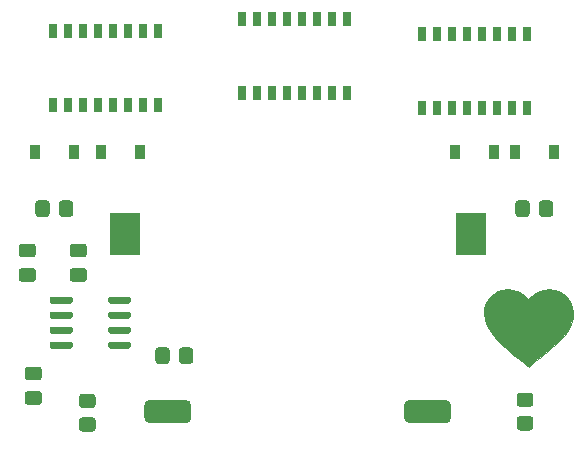
<source format=gbr>
%TF.GenerationSoftware,KiCad,Pcbnew,5.1.10*%
%TF.CreationDate,2021-05-22T08:45:22+02:00*%
%TF.ProjectId,Heart_NE555,48656172-745f-44e4-9535-35352e6b6963,rev?*%
%TF.SameCoordinates,Original*%
%TF.FileFunction,Soldermask,Bot*%
%TF.FilePolarity,Negative*%
%FSLAX46Y46*%
G04 Gerber Fmt 4.6, Leading zero omitted, Abs format (unit mm)*
G04 Created by KiCad (PCBNEW 5.1.10) date 2021-05-22 08:45:22*
%MOMM*%
%LPD*%
G01*
G04 APERTURE LIST*
%ADD10C,0.010000*%
%ADD11R,0.900000X1.200000*%
%ADD12R,0.800000X1.300000*%
%ADD13R,2.600000X3.600000*%
G04 APERTURE END LIST*
D10*
%TO.C,Ref\u002A\u002A*%
G36*
X143180364Y-90666387D02*
G01*
X143539857Y-90764986D01*
X143878729Y-90936285D01*
X144210040Y-91185607D01*
X144269962Y-91239255D01*
X144541915Y-91488450D01*
X144825116Y-91232851D01*
X145160232Y-90970342D01*
X145500931Y-90786964D01*
X145860106Y-90677499D01*
X146250651Y-90636727D01*
X146299167Y-90636204D01*
X146703089Y-90669542D01*
X147065717Y-90773952D01*
X147397399Y-90953718D01*
X147708483Y-91213127D01*
X147720046Y-91224621D01*
X147978001Y-91527892D01*
X148158501Y-91849408D01*
X148266792Y-92202019D01*
X148308123Y-92598574D01*
X148308872Y-92666667D01*
X148290778Y-92996625D01*
X148233378Y-93308296D01*
X148131598Y-93610855D01*
X147980361Y-93913478D01*
X147774592Y-94225342D01*
X147509216Y-94555623D01*
X147179158Y-94913498D01*
X146926179Y-95166578D01*
X146762777Y-95322136D01*
X146564761Y-95504451D01*
X146340686Y-95706216D01*
X146099109Y-95920125D01*
X145848585Y-96138870D01*
X145597668Y-96355145D01*
X145354915Y-96561643D01*
X145128879Y-96751057D01*
X144928118Y-96916080D01*
X144761185Y-97049404D01*
X144636638Y-97143724D01*
X144563029Y-97191733D01*
X144549625Y-97196334D01*
X144506228Y-97170219D01*
X144406936Y-97096546D01*
X144260592Y-96982323D01*
X144076042Y-96834556D01*
X143862128Y-96660253D01*
X143627695Y-96466421D01*
X143614003Y-96455018D01*
X143086925Y-96008975D01*
X142626761Y-95603957D01*
X142229315Y-95235030D01*
X141890391Y-94897264D01*
X141605795Y-94585726D01*
X141371330Y-94295485D01*
X141182800Y-94021608D01*
X141036011Y-93759165D01*
X140926767Y-93503224D01*
X140850871Y-93248853D01*
X140838130Y-93192127D01*
X140780209Y-92744094D01*
X140802012Y-92323904D01*
X140903410Y-91932083D01*
X141084269Y-91569156D01*
X141320493Y-91261491D01*
X141611696Y-91004258D01*
X141951891Y-90810830D01*
X142329007Y-90686363D01*
X142730977Y-90636009D01*
X142787189Y-90635169D01*
X143180364Y-90666387D01*
G37*
X143180364Y-90666387D02*
X143539857Y-90764986D01*
X143878729Y-90936285D01*
X144210040Y-91185607D01*
X144269962Y-91239255D01*
X144541915Y-91488450D01*
X144825116Y-91232851D01*
X145160232Y-90970342D01*
X145500931Y-90786964D01*
X145860106Y-90677499D01*
X146250651Y-90636727D01*
X146299167Y-90636204D01*
X146703089Y-90669542D01*
X147065717Y-90773952D01*
X147397399Y-90953718D01*
X147708483Y-91213127D01*
X147720046Y-91224621D01*
X147978001Y-91527892D01*
X148158501Y-91849408D01*
X148266792Y-92202019D01*
X148308123Y-92598574D01*
X148308872Y-92666667D01*
X148290778Y-92996625D01*
X148233378Y-93308296D01*
X148131598Y-93610855D01*
X147980361Y-93913478D01*
X147774592Y-94225342D01*
X147509216Y-94555623D01*
X147179158Y-94913498D01*
X146926179Y-95166578D01*
X146762777Y-95322136D01*
X146564761Y-95504451D01*
X146340686Y-95706216D01*
X146099109Y-95920125D01*
X145848585Y-96138870D01*
X145597668Y-96355145D01*
X145354915Y-96561643D01*
X145128879Y-96751057D01*
X144928118Y-96916080D01*
X144761185Y-97049404D01*
X144636638Y-97143724D01*
X144563029Y-97191733D01*
X144549625Y-97196334D01*
X144506228Y-97170219D01*
X144406936Y-97096546D01*
X144260592Y-96982323D01*
X144076042Y-96834556D01*
X143862128Y-96660253D01*
X143627695Y-96466421D01*
X143614003Y-96455018D01*
X143086925Y-96008975D01*
X142626761Y-95603957D01*
X142229315Y-95235030D01*
X141890391Y-94897264D01*
X141605795Y-94585726D01*
X141371330Y-94295485D01*
X141182800Y-94021608D01*
X141036011Y-93759165D01*
X140926767Y-93503224D01*
X140850871Y-93248853D01*
X140838130Y-93192127D01*
X140780209Y-92744094D01*
X140802012Y-92323904D01*
X140903410Y-91932083D01*
X141084269Y-91569156D01*
X141320493Y-91261491D01*
X141611696Y-91004258D01*
X141951891Y-90810830D01*
X142329007Y-90686363D01*
X142730977Y-90636009D01*
X142787189Y-90635169D01*
X143180364Y-90666387D01*
%TD*%
%TO.C,SW1*%
G36*
G01*
X112000000Y-101500000D02*
X112000000Y-100500000D01*
G75*
G02*
X112500000Y-100000000I500000J0D01*
G01*
X115500000Y-100000000D01*
G75*
G02*
X116000000Y-100500000I0J-500000D01*
G01*
X116000000Y-101500000D01*
G75*
G02*
X115500000Y-102000000I-500000J0D01*
G01*
X112500000Y-102000000D01*
G75*
G02*
X112000000Y-101500000I0J500000D01*
G01*
G37*
G36*
G01*
X134000000Y-101500000D02*
X134000000Y-100500000D01*
G75*
G02*
X134500000Y-100000000I500000J0D01*
G01*
X137500000Y-100000000D01*
G75*
G02*
X138000000Y-100500000I0J-500000D01*
G01*
X138000000Y-101500000D01*
G75*
G02*
X137500000Y-102000000I-500000J0D01*
G01*
X134500000Y-102000000D01*
G75*
G02*
X134000000Y-101500000I0J500000D01*
G01*
G37*
%TD*%
D11*
%TO.C,D3*%
X141604000Y-78994000D03*
X138304000Y-78994000D03*
%TD*%
%TO.C,D2*%
X111632000Y-78994000D03*
X108332000Y-78994000D03*
%TD*%
%TO.C,D1*%
X106044000Y-78994000D03*
X102744000Y-78994000D03*
%TD*%
%TO.C,D4*%
X146684000Y-78994000D03*
X143384000Y-78994000D03*
%TD*%
D12*
%TO.C,U4*%
X104262000Y-75032000D03*
X105542000Y-75032000D03*
X106802000Y-75032000D03*
X108072000Y-75032000D03*
X109352000Y-75032000D03*
X110622000Y-75032000D03*
X111882000Y-75032000D03*
X113162000Y-75032000D03*
X113162000Y-68732000D03*
X111882000Y-68732000D03*
X110622000Y-68732000D03*
X109352000Y-68732000D03*
X108072000Y-68732000D03*
X106802000Y-68732000D03*
X105542000Y-68732000D03*
X104262000Y-68732000D03*
%TD*%
%TO.C,U3*%
X120264000Y-74016000D03*
X121544000Y-74016000D03*
X122804000Y-74016000D03*
X124074000Y-74016000D03*
X125354000Y-74016000D03*
X126624000Y-74016000D03*
X127884000Y-74016000D03*
X129164000Y-74016000D03*
X129164000Y-67716000D03*
X127884000Y-67716000D03*
X126624000Y-67716000D03*
X125354000Y-67716000D03*
X124074000Y-67716000D03*
X122804000Y-67716000D03*
X121544000Y-67716000D03*
X120264000Y-67716000D03*
%TD*%
%TO.C,U2*%
X135504000Y-75286000D03*
X136784000Y-75286000D03*
X138044000Y-75286000D03*
X139314000Y-75286000D03*
X140594000Y-75286000D03*
X141864000Y-75286000D03*
X143124000Y-75286000D03*
X144404000Y-75286000D03*
X144404000Y-68986000D03*
X143124000Y-68986000D03*
X141864000Y-68986000D03*
X140594000Y-68986000D03*
X139314000Y-68986000D03*
X138044000Y-68986000D03*
X136784000Y-68986000D03*
X135504000Y-68986000D03*
%TD*%
%TO.C,U1*%
G36*
G01*
X108942000Y-95527000D02*
X108942000Y-95227000D01*
G75*
G02*
X109092000Y-95077000I150000J0D01*
G01*
X110742000Y-95077000D01*
G75*
G02*
X110892000Y-95227000I0J-150000D01*
G01*
X110892000Y-95527000D01*
G75*
G02*
X110742000Y-95677000I-150000J0D01*
G01*
X109092000Y-95677000D01*
G75*
G02*
X108942000Y-95527000I0J150000D01*
G01*
G37*
G36*
G01*
X108942000Y-94257000D02*
X108942000Y-93957000D01*
G75*
G02*
X109092000Y-93807000I150000J0D01*
G01*
X110742000Y-93807000D01*
G75*
G02*
X110892000Y-93957000I0J-150000D01*
G01*
X110892000Y-94257000D01*
G75*
G02*
X110742000Y-94407000I-150000J0D01*
G01*
X109092000Y-94407000D01*
G75*
G02*
X108942000Y-94257000I0J150000D01*
G01*
G37*
G36*
G01*
X108942000Y-92987000D02*
X108942000Y-92687000D01*
G75*
G02*
X109092000Y-92537000I150000J0D01*
G01*
X110742000Y-92537000D01*
G75*
G02*
X110892000Y-92687000I0J-150000D01*
G01*
X110892000Y-92987000D01*
G75*
G02*
X110742000Y-93137000I-150000J0D01*
G01*
X109092000Y-93137000D01*
G75*
G02*
X108942000Y-92987000I0J150000D01*
G01*
G37*
G36*
G01*
X108942000Y-91717000D02*
X108942000Y-91417000D01*
G75*
G02*
X109092000Y-91267000I150000J0D01*
G01*
X110742000Y-91267000D01*
G75*
G02*
X110892000Y-91417000I0J-150000D01*
G01*
X110892000Y-91717000D01*
G75*
G02*
X110742000Y-91867000I-150000J0D01*
G01*
X109092000Y-91867000D01*
G75*
G02*
X108942000Y-91717000I0J150000D01*
G01*
G37*
G36*
G01*
X103992000Y-91717000D02*
X103992000Y-91417000D01*
G75*
G02*
X104142000Y-91267000I150000J0D01*
G01*
X105792000Y-91267000D01*
G75*
G02*
X105942000Y-91417000I0J-150000D01*
G01*
X105942000Y-91717000D01*
G75*
G02*
X105792000Y-91867000I-150000J0D01*
G01*
X104142000Y-91867000D01*
G75*
G02*
X103992000Y-91717000I0J150000D01*
G01*
G37*
G36*
G01*
X103992000Y-92987000D02*
X103992000Y-92687000D01*
G75*
G02*
X104142000Y-92537000I150000J0D01*
G01*
X105792000Y-92537000D01*
G75*
G02*
X105942000Y-92687000I0J-150000D01*
G01*
X105942000Y-92987000D01*
G75*
G02*
X105792000Y-93137000I-150000J0D01*
G01*
X104142000Y-93137000D01*
G75*
G02*
X103992000Y-92987000I0J150000D01*
G01*
G37*
G36*
G01*
X103992000Y-94257000D02*
X103992000Y-93957000D01*
G75*
G02*
X104142000Y-93807000I150000J0D01*
G01*
X105792000Y-93807000D01*
G75*
G02*
X105942000Y-93957000I0J-150000D01*
G01*
X105942000Y-94257000D01*
G75*
G02*
X105792000Y-94407000I-150000J0D01*
G01*
X104142000Y-94407000D01*
G75*
G02*
X103992000Y-94257000I0J150000D01*
G01*
G37*
G36*
G01*
X103992000Y-95527000D02*
X103992000Y-95227000D01*
G75*
G02*
X104142000Y-95077000I150000J0D01*
G01*
X105792000Y-95077000D01*
G75*
G02*
X105942000Y-95227000I0J-150000D01*
G01*
X105942000Y-95527000D01*
G75*
G02*
X105792000Y-95677000I-150000J0D01*
G01*
X104142000Y-95677000D01*
G75*
G02*
X103992000Y-95527000I0J150000D01*
G01*
G37*
%TD*%
%TO.C,R5*%
G36*
G01*
X144700001Y-100600000D02*
X143799999Y-100600000D01*
G75*
G02*
X143550000Y-100350001I0J249999D01*
G01*
X143550000Y-99649999D01*
G75*
G02*
X143799999Y-99400000I249999J0D01*
G01*
X144700001Y-99400000D01*
G75*
G02*
X144950000Y-99649999I0J-249999D01*
G01*
X144950000Y-100350001D01*
G75*
G02*
X144700001Y-100600000I-249999J0D01*
G01*
G37*
G36*
G01*
X144700001Y-102600000D02*
X143799999Y-102600000D01*
G75*
G02*
X143550000Y-102350001I0J249999D01*
G01*
X143550000Y-101649999D01*
G75*
G02*
X143799999Y-101400000I249999J0D01*
G01*
X144700001Y-101400000D01*
G75*
G02*
X144950000Y-101649999I0J-249999D01*
G01*
X144950000Y-102350001D01*
G75*
G02*
X144700001Y-102600000I-249999J0D01*
G01*
G37*
%TD*%
%TO.C,R4*%
G36*
G01*
X145434000Y-84270001D02*
X145434000Y-83369999D01*
G75*
G02*
X145683999Y-83120000I249999J0D01*
G01*
X146384001Y-83120000D01*
G75*
G02*
X146634000Y-83369999I0J-249999D01*
G01*
X146634000Y-84270001D01*
G75*
G02*
X146384001Y-84520000I-249999J0D01*
G01*
X145683999Y-84520000D01*
G75*
G02*
X145434000Y-84270001I0J249999D01*
G01*
G37*
G36*
G01*
X143434000Y-84270001D02*
X143434000Y-83369999D01*
G75*
G02*
X143683999Y-83120000I249999J0D01*
G01*
X144384001Y-83120000D01*
G75*
G02*
X144634000Y-83369999I0J-249999D01*
G01*
X144634000Y-84270001D01*
G75*
G02*
X144384001Y-84520000I-249999J0D01*
G01*
X143683999Y-84520000D01*
G75*
G02*
X143434000Y-84270001I0J249999D01*
G01*
G37*
%TD*%
%TO.C,R3*%
G36*
G01*
X104794000Y-84270001D02*
X104794000Y-83369999D01*
G75*
G02*
X105043999Y-83120000I249999J0D01*
G01*
X105744001Y-83120000D01*
G75*
G02*
X105994000Y-83369999I0J-249999D01*
G01*
X105994000Y-84270001D01*
G75*
G02*
X105744001Y-84520000I-249999J0D01*
G01*
X105043999Y-84520000D01*
G75*
G02*
X104794000Y-84270001I0J249999D01*
G01*
G37*
G36*
G01*
X102794000Y-84270001D02*
X102794000Y-83369999D01*
G75*
G02*
X103043999Y-83120000I249999J0D01*
G01*
X103744001Y-83120000D01*
G75*
G02*
X103994000Y-83369999I0J-249999D01*
G01*
X103994000Y-84270001D01*
G75*
G02*
X103744001Y-84520000I-249999J0D01*
G01*
X103043999Y-84520000D01*
G75*
G02*
X102794000Y-84270001I0J249999D01*
G01*
G37*
%TD*%
%TO.C,R2*%
G36*
G01*
X114954000Y-96716001D02*
X114954000Y-95815999D01*
G75*
G02*
X115203999Y-95566000I249999J0D01*
G01*
X115904001Y-95566000D01*
G75*
G02*
X116154000Y-95815999I0J-249999D01*
G01*
X116154000Y-96716001D01*
G75*
G02*
X115904001Y-96966000I-249999J0D01*
G01*
X115203999Y-96966000D01*
G75*
G02*
X114954000Y-96716001I0J249999D01*
G01*
G37*
G36*
G01*
X112954000Y-96716001D02*
X112954000Y-95815999D01*
G75*
G02*
X113203999Y-95566000I249999J0D01*
G01*
X113904001Y-95566000D01*
G75*
G02*
X114154000Y-95815999I0J-249999D01*
G01*
X114154000Y-96716001D01*
G75*
G02*
X113904001Y-96966000I-249999J0D01*
G01*
X113203999Y-96966000D01*
G75*
G02*
X112954000Y-96716001I0J249999D01*
G01*
G37*
%TD*%
%TO.C,R1*%
G36*
G01*
X107638001Y-100692000D02*
X106737999Y-100692000D01*
G75*
G02*
X106488000Y-100442001I0J249999D01*
G01*
X106488000Y-99741999D01*
G75*
G02*
X106737999Y-99492000I249999J0D01*
G01*
X107638001Y-99492000D01*
G75*
G02*
X107888000Y-99741999I0J-249999D01*
G01*
X107888000Y-100442001D01*
G75*
G02*
X107638001Y-100692000I-249999J0D01*
G01*
G37*
G36*
G01*
X107638001Y-102692000D02*
X106737999Y-102692000D01*
G75*
G02*
X106488000Y-102442001I0J249999D01*
G01*
X106488000Y-101741999D01*
G75*
G02*
X106737999Y-101492000I249999J0D01*
G01*
X107638001Y-101492000D01*
G75*
G02*
X107888000Y-101741999I0J-249999D01*
G01*
X107888000Y-102442001D01*
G75*
G02*
X107638001Y-102692000I-249999J0D01*
G01*
G37*
%TD*%
%TO.C,C3*%
G36*
G01*
X103091000Y-98356000D02*
X102141000Y-98356000D01*
G75*
G02*
X101891000Y-98106000I0J250000D01*
G01*
X101891000Y-97431000D01*
G75*
G02*
X102141000Y-97181000I250000J0D01*
G01*
X103091000Y-97181000D01*
G75*
G02*
X103341000Y-97431000I0J-250000D01*
G01*
X103341000Y-98106000D01*
G75*
G02*
X103091000Y-98356000I-250000J0D01*
G01*
G37*
G36*
G01*
X103091000Y-100431000D02*
X102141000Y-100431000D01*
G75*
G02*
X101891000Y-100181000I0J250000D01*
G01*
X101891000Y-99506000D01*
G75*
G02*
X102141000Y-99256000I250000J0D01*
G01*
X103091000Y-99256000D01*
G75*
G02*
X103341000Y-99506000I0J-250000D01*
G01*
X103341000Y-100181000D01*
G75*
G02*
X103091000Y-100431000I-250000J0D01*
G01*
G37*
%TD*%
%TO.C,C2*%
G36*
G01*
X106901000Y-87942000D02*
X105951000Y-87942000D01*
G75*
G02*
X105701000Y-87692000I0J250000D01*
G01*
X105701000Y-87017000D01*
G75*
G02*
X105951000Y-86767000I250000J0D01*
G01*
X106901000Y-86767000D01*
G75*
G02*
X107151000Y-87017000I0J-250000D01*
G01*
X107151000Y-87692000D01*
G75*
G02*
X106901000Y-87942000I-250000J0D01*
G01*
G37*
G36*
G01*
X106901000Y-90017000D02*
X105951000Y-90017000D01*
G75*
G02*
X105701000Y-89767000I0J250000D01*
G01*
X105701000Y-89092000D01*
G75*
G02*
X105951000Y-88842000I250000J0D01*
G01*
X106901000Y-88842000D01*
G75*
G02*
X107151000Y-89092000I0J-250000D01*
G01*
X107151000Y-89767000D01*
G75*
G02*
X106901000Y-90017000I-250000J0D01*
G01*
G37*
%TD*%
%TO.C,C1*%
G36*
G01*
X102583000Y-87942000D02*
X101633000Y-87942000D01*
G75*
G02*
X101383000Y-87692000I0J250000D01*
G01*
X101383000Y-87017000D01*
G75*
G02*
X101633000Y-86767000I250000J0D01*
G01*
X102583000Y-86767000D01*
G75*
G02*
X102833000Y-87017000I0J-250000D01*
G01*
X102833000Y-87692000D01*
G75*
G02*
X102583000Y-87942000I-250000J0D01*
G01*
G37*
G36*
G01*
X102583000Y-90017000D02*
X101633000Y-90017000D01*
G75*
G02*
X101383000Y-89767000I0J250000D01*
G01*
X101383000Y-89092000D01*
G75*
G02*
X101633000Y-88842000I250000J0D01*
G01*
X102583000Y-88842000D01*
G75*
G02*
X102833000Y-89092000I0J-250000D01*
G01*
X102833000Y-89767000D01*
G75*
G02*
X102583000Y-90017000I-250000J0D01*
G01*
G37*
%TD*%
D13*
%TO.C,BT1*%
X110350000Y-86000000D03*
X139650000Y-86000000D03*
%TD*%
M02*

</source>
